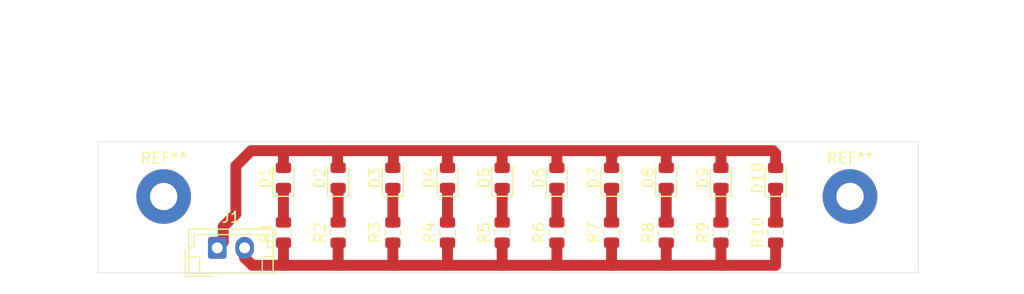
<source format=kicad_pcb>
(kicad_pcb (version 20171130) (host pcbnew 5.1.6)

  (general
    (thickness 1.6)
    (drawings 14)
    (tracks 67)
    (zones 0)
    (modules 23)
    (nets 13)
  )

  (page A)
  (layers
    (0 F.Cu signal)
    (31 B.Cu signal)
    (32 B.Adhes user)
    (33 F.Adhes user)
    (34 B.Paste user)
    (35 F.Paste user)
    (36 B.SilkS user)
    (37 F.SilkS user)
    (38 B.Mask user)
    (39 F.Mask user)
    (40 Dwgs.User user)
    (41 Cmts.User user)
    (42 Eco1.User user)
    (43 Eco2.User user)
    (44 Edge.Cuts user)
    (45 Margin user)
    (46 B.CrtYd user)
    (47 F.CrtYd user)
    (48 B.Fab user)
    (49 F.Fab user)
  )

  (setup
    (last_trace_width 0.25)
    (user_trace_width 1)
    (trace_clearance 0.2)
    (zone_clearance 0.508)
    (zone_45_only no)
    (trace_min 0.2)
    (via_size 0.8)
    (via_drill 0.4)
    (via_min_size 0.4)
    (via_min_drill 0.3)
    (uvia_size 0.3)
    (uvia_drill 0.1)
    (uvias_allowed no)
    (uvia_min_size 0.2)
    (uvia_min_drill 0.1)
    (edge_width 0.05)
    (segment_width 0.2)
    (pcb_text_width 0.3)
    (pcb_text_size 1.5 1.5)
    (mod_edge_width 0.12)
    (mod_text_size 1 1)
    (mod_text_width 0.15)
    (pad_size 1.524 1.524)
    (pad_drill 0.762)
    (pad_to_mask_clearance 0.05)
    (aux_axis_origin 106.25 66)
    (grid_origin 100 60)
    (visible_elements FFFFFF7F)
    (pcbplotparams
      (layerselection 0x010fc_ffffffff)
      (usegerberextensions false)
      (usegerberattributes true)
      (usegerberadvancedattributes true)
      (creategerberjobfile true)
      (excludeedgelayer true)
      (linewidth 0.100000)
      (plotframeref false)
      (viasonmask false)
      (mode 1)
      (useauxorigin false)
      (hpglpennumber 1)
      (hpglpenspeed 20)
      (hpglpendiameter 15.000000)
      (psnegative false)
      (psa4output false)
      (plotreference true)
      (plotvalue true)
      (plotinvisibletext false)
      (padsonsilk false)
      (subtractmaskfromsilk false)
      (outputformat 1)
      (mirror false)
      (drillshape 1)
      (scaleselection 1)
      (outputdirectory ""))
  )

  (net 0 "")
  (net 1 "Net-(D1-Pad1)")
  (net 2 "Net-(D2-Pad1)")
  (net 3 "Net-(D3-Pad1)")
  (net 4 "Net-(D4-Pad1)")
  (net 5 "Net-(D5-Pad1)")
  (net 6 "Net-(D6-Pad1)")
  (net 7 "Net-(D7-Pad1)")
  (net 8 "Net-(D8-Pad1)")
  (net 9 "Net-(D9-Pad1)")
  (net 10 "Net-(D10-Pad1)")
  (net 11 VCC)
  (net 12 GND)

  (net_class Default "This is the default net class."
    (clearance 0.2)
    (trace_width 0.25)
    (via_dia 0.8)
    (via_drill 0.4)
    (uvia_dia 0.3)
    (uvia_drill 0.1)
    (add_net GND)
    (add_net "Net-(D1-Pad1)")
    (add_net "Net-(D10-Pad1)")
    (add_net "Net-(D2-Pad1)")
    (add_net "Net-(D3-Pad1)")
    (add_net "Net-(D4-Pad1)")
    (add_net "Net-(D5-Pad1)")
    (add_net "Net-(D6-Pad1)")
    (add_net "Net-(D7-Pad1)")
    (add_net "Net-(D8-Pad1)")
    (add_net "Net-(D9-Pad1)")
    (add_net VCC)
  )

  (module Connector_JST:JST_EH_B2B-EH-A_1x02_P2.50mm_Vertical (layer F.Cu) (tedit 5C28142C) (tstamp 5F809F0D)
    (at 110.9 69.7)
    (descr "JST EH series connector, B2B-EH-A (http://www.jst-mfg.com/product/pdf/eng/eEH.pdf), generated with kicad-footprint-generator")
    (tags "connector JST EH vertical")
    (path /5F84685C)
    (fp_text reference J1 (at 1.25 -2.8) (layer F.SilkS)
      (effects (font (size 1 1) (thickness 0.15)))
    )
    (fp_text value Conn_01x02 (at 1.25 3.4) (layer F.Fab)
      (effects (font (size 1 1) (thickness 0.15)))
    )
    (fp_line (start -2.91 2.61) (end -0.41 2.61) (layer F.Fab) (width 0.1))
    (fp_line (start -2.91 0.11) (end -2.91 2.61) (layer F.Fab) (width 0.1))
    (fp_line (start -2.91 2.61) (end -0.41 2.61) (layer F.SilkS) (width 0.12))
    (fp_line (start -2.91 0.11) (end -2.91 2.61) (layer F.SilkS) (width 0.12))
    (fp_line (start 4.11 0.81) (end 4.11 2.31) (layer F.SilkS) (width 0.12))
    (fp_line (start 5.11 0.81) (end 4.11 0.81) (layer F.SilkS) (width 0.12))
    (fp_line (start -1.61 0.81) (end -1.61 2.31) (layer F.SilkS) (width 0.12))
    (fp_line (start -2.61 0.81) (end -1.61 0.81) (layer F.SilkS) (width 0.12))
    (fp_line (start 4.61 0) (end 5.11 0) (layer F.SilkS) (width 0.12))
    (fp_line (start 4.61 -1.21) (end 4.61 0) (layer F.SilkS) (width 0.12))
    (fp_line (start -2.11 -1.21) (end 4.61 -1.21) (layer F.SilkS) (width 0.12))
    (fp_line (start -2.11 0) (end -2.11 -1.21) (layer F.SilkS) (width 0.12))
    (fp_line (start -2.61 0) (end -2.11 0) (layer F.SilkS) (width 0.12))
    (fp_line (start 5.11 -1.71) (end -2.61 -1.71) (layer F.SilkS) (width 0.12))
    (fp_line (start 5.11 2.31) (end 5.11 -1.71) (layer F.SilkS) (width 0.12))
    (fp_line (start -2.61 2.31) (end 5.11 2.31) (layer F.SilkS) (width 0.12))
    (fp_line (start -2.61 -1.71) (end -2.61 2.31) (layer F.SilkS) (width 0.12))
    (fp_line (start 5.5 -2.1) (end -3 -2.1) (layer F.CrtYd) (width 0.05))
    (fp_line (start 5.5 2.7) (end 5.5 -2.1) (layer F.CrtYd) (width 0.05))
    (fp_line (start -3 2.7) (end 5.5 2.7) (layer F.CrtYd) (width 0.05))
    (fp_line (start -3 -2.1) (end -3 2.7) (layer F.CrtYd) (width 0.05))
    (fp_line (start 5 -1.6) (end -2.5 -1.6) (layer F.Fab) (width 0.1))
    (fp_line (start 5 2.2) (end 5 -1.6) (layer F.Fab) (width 0.1))
    (fp_line (start -2.5 2.2) (end 5 2.2) (layer F.Fab) (width 0.1))
    (fp_line (start -2.5 -1.6) (end -2.5 2.2) (layer F.Fab) (width 0.1))
    (fp_text user %R (at 1.25 1.5) (layer F.Fab)
      (effects (font (size 1 1) (thickness 0.15)))
    )
    (pad 2 thru_hole oval (at 2.5 0) (size 1.7 2) (drill 1) (layers *.Cu *.Mask)
      (net 12 GND))
    (pad 1 thru_hole roundrect (at 0 0) (size 1.7 2) (drill 1) (layers *.Cu *.Mask) (roundrect_rratio 0.147059)
      (net 11 VCC))
    (model ${KISYS3DMOD}/Connector_JST.3dshapes/JST_EH_B2B-EH-A_1x02_P2.50mm_Vertical.wrl
      (at (xyz 0 0 0))
      (scale (xyz 1 1 1))
      (rotate (xyz 0 0 0))
    )
  )

  (module MountingHole:MountingHole_2.5mm_Pad (layer F.Cu) (tedit 56D1B4CB) (tstamp 5F806409)
    (at 168.75 65)
    (descr "Mounting Hole 2.5mm")
    (tags "mounting hole 2.5mm")
    (attr virtual)
    (fp_text reference REF** (at 0 -3.5) (layer F.SilkS)
      (effects (font (size 1 1) (thickness 0.15)))
    )
    (fp_text value MountingHole_2.5mm_Pad (at 0 3.5) (layer F.Fab)
      (effects (font (size 1 1) (thickness 0.15)))
    )
    (fp_circle (center 0 0) (end 2.75 0) (layer F.CrtYd) (width 0.05))
    (fp_circle (center 0 0) (end 2.5 0) (layer Cmts.User) (width 0.15))
    (fp_text user %R (at 0.3 0) (layer F.Fab)
      (effects (font (size 1 1) (thickness 0.15)))
    )
    (pad 1 thru_hole circle (at 0 0) (size 5 5) (drill 2.5) (layers *.Cu *.Mask))
  )

  (module MountingHole:MountingHole_2.5mm_Pad (layer F.Cu) (tedit 56D1B4CB) (tstamp 5F80634B)
    (at 106 65)
    (descr "Mounting Hole 2.5mm")
    (tags "mounting hole 2.5mm")
    (attr virtual)
    (fp_text reference REF** (at 0 -3.5) (layer F.SilkS)
      (effects (font (size 1 1) (thickness 0.15)))
    )
    (fp_text value MountingHole_2.5mm_Pad (at 0 3.5) (layer F.Fab)
      (effects (font (size 1 1) (thickness 0.15)))
    )
    (fp_circle (center 0 0) (end 2.75 0) (layer F.CrtYd) (width 0.05))
    (fp_circle (center 0 0) (end 2.5 0) (layer Cmts.User) (width 0.15))
    (fp_text user %R (at 0.3 0) (layer F.Fab)
      (effects (font (size 1 1) (thickness 0.15)))
    )
    (pad 1 thru_hole circle (at 0 0) (size 5 5) (drill 2.5) (layers *.Cu *.Mask))
  )

  (module Resistor_SMD:R_0805_2012Metric (layer F.Cu) (tedit 5B36C52B) (tstamp 5F80A03F)
    (at 161.95 68.3 90)
    (descr "Resistor SMD 0805 (2012 Metric), square (rectangular) end terminal, IPC_7351 nominal, (Body size source: https://docs.google.com/spreadsheets/d/1BsfQQcO9C6DZCsRaXUlFlo91Tg2WpOkGARC1WS5S8t0/edit?usp=sharing), generated with kicad-footprint-generator")
    (tags resistor)
    (path /5F8105A7)
    (attr smd)
    (fp_text reference R10 (at 0 -1.65 90) (layer F.SilkS)
      (effects (font (size 1 1) (thickness 0.15)))
    )
    (fp_text value R_Small (at 0 1.65 90) (layer F.Fab)
      (effects (font (size 1 1) (thickness 0.15)))
    )
    (fp_line (start 1.68 0.95) (end -1.68 0.95) (layer F.CrtYd) (width 0.05))
    (fp_line (start 1.68 -0.95) (end 1.68 0.95) (layer F.CrtYd) (width 0.05))
    (fp_line (start -1.68 -0.95) (end 1.68 -0.95) (layer F.CrtYd) (width 0.05))
    (fp_line (start -1.68 0.95) (end -1.68 -0.95) (layer F.CrtYd) (width 0.05))
    (fp_line (start -0.258578 0.71) (end 0.258578 0.71) (layer F.SilkS) (width 0.12))
    (fp_line (start -0.258578 -0.71) (end 0.258578 -0.71) (layer F.SilkS) (width 0.12))
    (fp_line (start 1 0.6) (end -1 0.6) (layer F.Fab) (width 0.1))
    (fp_line (start 1 -0.6) (end 1 0.6) (layer F.Fab) (width 0.1))
    (fp_line (start -1 -0.6) (end 1 -0.6) (layer F.Fab) (width 0.1))
    (fp_line (start -1 0.6) (end -1 -0.6) (layer F.Fab) (width 0.1))
    (fp_text user %R (at 0 0 90) (layer F.Fab)
      (effects (font (size 0.5 0.5) (thickness 0.08)))
    )
    (pad 2 smd roundrect (at 0.9375 0 90) (size 0.975 1.4) (layers F.Cu F.Paste F.Mask) (roundrect_rratio 0.25)
      (net 10 "Net-(D10-Pad1)"))
    (pad 1 smd roundrect (at -0.9375 0 90) (size 0.975 1.4) (layers F.Cu F.Paste F.Mask) (roundrect_rratio 0.25)
      (net 12 GND))
    (model ${KISYS3DMOD}/Resistor_SMD.3dshapes/R_0805_2012Metric.wrl
      (at (xyz 0 0 0))
      (scale (xyz 1 1 1))
      (rotate (xyz 0 0 0))
    )
  )

  (module Resistor_SMD:R_0805_2012Metric (layer F.Cu) (tedit 5B36C52B) (tstamp 5F80A219)
    (at 156.95 68.3 90)
    (descr "Resistor SMD 0805 (2012 Metric), square (rectangular) end terminal, IPC_7351 nominal, (Body size source: https://docs.google.com/spreadsheets/d/1BsfQQcO9C6DZCsRaXUlFlo91Tg2WpOkGARC1WS5S8t0/edit?usp=sharing), generated with kicad-footprint-generator")
    (tags resistor)
    (path /5F81059A)
    (attr smd)
    (fp_text reference R9 (at 0 -1.65 90) (layer F.SilkS)
      (effects (font (size 1 1) (thickness 0.15)))
    )
    (fp_text value R_Small (at 0 1.65 90) (layer F.Fab)
      (effects (font (size 1 1) (thickness 0.15)))
    )
    (fp_line (start 1.68 0.95) (end -1.68 0.95) (layer F.CrtYd) (width 0.05))
    (fp_line (start 1.68 -0.95) (end 1.68 0.95) (layer F.CrtYd) (width 0.05))
    (fp_line (start -1.68 -0.95) (end 1.68 -0.95) (layer F.CrtYd) (width 0.05))
    (fp_line (start -1.68 0.95) (end -1.68 -0.95) (layer F.CrtYd) (width 0.05))
    (fp_line (start -0.258578 0.71) (end 0.258578 0.71) (layer F.SilkS) (width 0.12))
    (fp_line (start -0.258578 -0.71) (end 0.258578 -0.71) (layer F.SilkS) (width 0.12))
    (fp_line (start 1 0.6) (end -1 0.6) (layer F.Fab) (width 0.1))
    (fp_line (start 1 -0.6) (end 1 0.6) (layer F.Fab) (width 0.1))
    (fp_line (start -1 -0.6) (end 1 -0.6) (layer F.Fab) (width 0.1))
    (fp_line (start -1 0.6) (end -1 -0.6) (layer F.Fab) (width 0.1))
    (fp_text user %R (at 0 0 90) (layer F.Fab)
      (effects (font (size 0.5 0.5) (thickness 0.08)))
    )
    (pad 2 smd roundrect (at 0.9375 0 90) (size 0.975 1.4) (layers F.Cu F.Paste F.Mask) (roundrect_rratio 0.25)
      (net 9 "Net-(D9-Pad1)"))
    (pad 1 smd roundrect (at -0.9375 0 90) (size 0.975 1.4) (layers F.Cu F.Paste F.Mask) (roundrect_rratio 0.25)
      (net 12 GND))
    (model ${KISYS3DMOD}/Resistor_SMD.3dshapes/R_0805_2012Metric.wrl
      (at (xyz 0 0 0))
      (scale (xyz 1 1 1))
      (rotate (xyz 0 0 0))
    )
  )

  (module Resistor_SMD:R_0805_2012Metric (layer F.Cu) (tedit 5B36C52B) (tstamp 5F80A249)
    (at 151.95 68.3 90)
    (descr "Resistor SMD 0805 (2012 Metric), square (rectangular) end terminal, IPC_7351 nominal, (Body size source: https://docs.google.com/spreadsheets/d/1BsfQQcO9C6DZCsRaXUlFlo91Tg2WpOkGARC1WS5S8t0/edit?usp=sharing), generated with kicad-footprint-generator")
    (tags resistor)
    (path /5F81058D)
    (attr smd)
    (fp_text reference R8 (at 0 -1.65 90) (layer F.SilkS)
      (effects (font (size 1 1) (thickness 0.15)))
    )
    (fp_text value R_Small (at 0 1.65 90) (layer F.Fab)
      (effects (font (size 1 1) (thickness 0.15)))
    )
    (fp_line (start 1.68 0.95) (end -1.68 0.95) (layer F.CrtYd) (width 0.05))
    (fp_line (start 1.68 -0.95) (end 1.68 0.95) (layer F.CrtYd) (width 0.05))
    (fp_line (start -1.68 -0.95) (end 1.68 -0.95) (layer F.CrtYd) (width 0.05))
    (fp_line (start -1.68 0.95) (end -1.68 -0.95) (layer F.CrtYd) (width 0.05))
    (fp_line (start -0.258578 0.71) (end 0.258578 0.71) (layer F.SilkS) (width 0.12))
    (fp_line (start -0.258578 -0.71) (end 0.258578 -0.71) (layer F.SilkS) (width 0.12))
    (fp_line (start 1 0.6) (end -1 0.6) (layer F.Fab) (width 0.1))
    (fp_line (start 1 -0.6) (end 1 0.6) (layer F.Fab) (width 0.1))
    (fp_line (start -1 -0.6) (end 1 -0.6) (layer F.Fab) (width 0.1))
    (fp_line (start -1 0.6) (end -1 -0.6) (layer F.Fab) (width 0.1))
    (fp_text user %R (at 0 0 90) (layer F.Fab)
      (effects (font (size 0.5 0.5) (thickness 0.08)))
    )
    (pad 2 smd roundrect (at 0.9375 0 90) (size 0.975 1.4) (layers F.Cu F.Paste F.Mask) (roundrect_rratio 0.25)
      (net 8 "Net-(D8-Pad1)"))
    (pad 1 smd roundrect (at -0.9375 0 90) (size 0.975 1.4) (layers F.Cu F.Paste F.Mask) (roundrect_rratio 0.25)
      (net 12 GND))
    (model ${KISYS3DMOD}/Resistor_SMD.3dshapes/R_0805_2012Metric.wrl
      (at (xyz 0 0 0))
      (scale (xyz 1 1 1))
      (rotate (xyz 0 0 0))
    )
  )

  (module Resistor_SMD:R_0805_2012Metric (layer F.Cu) (tedit 5B36C52B) (tstamp 5F80A279)
    (at 146.95 68.3 90)
    (descr "Resistor SMD 0805 (2012 Metric), square (rectangular) end terminal, IPC_7351 nominal, (Body size source: https://docs.google.com/spreadsheets/d/1BsfQQcO9C6DZCsRaXUlFlo91Tg2WpOkGARC1WS5S8t0/edit?usp=sharing), generated with kicad-footprint-generator")
    (tags resistor)
    (path /5F810580)
    (attr smd)
    (fp_text reference R7 (at 0 -1.65 90) (layer F.SilkS)
      (effects (font (size 1 1) (thickness 0.15)))
    )
    (fp_text value R_Small (at 0 1.65 90) (layer F.Fab)
      (effects (font (size 1 1) (thickness 0.15)))
    )
    (fp_line (start 1.68 0.95) (end -1.68 0.95) (layer F.CrtYd) (width 0.05))
    (fp_line (start 1.68 -0.95) (end 1.68 0.95) (layer F.CrtYd) (width 0.05))
    (fp_line (start -1.68 -0.95) (end 1.68 -0.95) (layer F.CrtYd) (width 0.05))
    (fp_line (start -1.68 0.95) (end -1.68 -0.95) (layer F.CrtYd) (width 0.05))
    (fp_line (start -0.258578 0.71) (end 0.258578 0.71) (layer F.SilkS) (width 0.12))
    (fp_line (start -0.258578 -0.71) (end 0.258578 -0.71) (layer F.SilkS) (width 0.12))
    (fp_line (start 1 0.6) (end -1 0.6) (layer F.Fab) (width 0.1))
    (fp_line (start 1 -0.6) (end 1 0.6) (layer F.Fab) (width 0.1))
    (fp_line (start -1 -0.6) (end 1 -0.6) (layer F.Fab) (width 0.1))
    (fp_line (start -1 0.6) (end -1 -0.6) (layer F.Fab) (width 0.1))
    (fp_text user %R (at 0 0 90) (layer F.Fab)
      (effects (font (size 0.5 0.5) (thickness 0.08)))
    )
    (pad 2 smd roundrect (at 0.9375 0 90) (size 0.975 1.4) (layers F.Cu F.Paste F.Mask) (roundrect_rratio 0.25)
      (net 7 "Net-(D7-Pad1)"))
    (pad 1 smd roundrect (at -0.9375 0 90) (size 0.975 1.4) (layers F.Cu F.Paste F.Mask) (roundrect_rratio 0.25)
      (net 12 GND))
    (model ${KISYS3DMOD}/Resistor_SMD.3dshapes/R_0805_2012Metric.wrl
      (at (xyz 0 0 0))
      (scale (xyz 1 1 1))
      (rotate (xyz 0 0 0))
    )
  )

  (module Resistor_SMD:R_0805_2012Metric (layer F.Cu) (tedit 5B36C52B) (tstamp 5F80A0B4)
    (at 141.95 68.3 90)
    (descr "Resistor SMD 0805 (2012 Metric), square (rectangular) end terminal, IPC_7351 nominal, (Body size source: https://docs.google.com/spreadsheets/d/1BsfQQcO9C6DZCsRaXUlFlo91Tg2WpOkGARC1WS5S8t0/edit?usp=sharing), generated with kicad-footprint-generator")
    (tags resistor)
    (path /5F80B30A)
    (attr smd)
    (fp_text reference R6 (at 0 -1.65 90) (layer F.SilkS)
      (effects (font (size 1 1) (thickness 0.15)))
    )
    (fp_text value R_Small (at 0 1.65 90) (layer F.Fab)
      (effects (font (size 1 1) (thickness 0.15)))
    )
    (fp_line (start 1.68 0.95) (end -1.68 0.95) (layer F.CrtYd) (width 0.05))
    (fp_line (start 1.68 -0.95) (end 1.68 0.95) (layer F.CrtYd) (width 0.05))
    (fp_line (start -1.68 -0.95) (end 1.68 -0.95) (layer F.CrtYd) (width 0.05))
    (fp_line (start -1.68 0.95) (end -1.68 -0.95) (layer F.CrtYd) (width 0.05))
    (fp_line (start -0.258578 0.71) (end 0.258578 0.71) (layer F.SilkS) (width 0.12))
    (fp_line (start -0.258578 -0.71) (end 0.258578 -0.71) (layer F.SilkS) (width 0.12))
    (fp_line (start 1 0.6) (end -1 0.6) (layer F.Fab) (width 0.1))
    (fp_line (start 1 -0.6) (end 1 0.6) (layer F.Fab) (width 0.1))
    (fp_line (start -1 -0.6) (end 1 -0.6) (layer F.Fab) (width 0.1))
    (fp_line (start -1 0.6) (end -1 -0.6) (layer F.Fab) (width 0.1))
    (fp_text user %R (at 0 0 90) (layer F.Fab)
      (effects (font (size 0.5 0.5) (thickness 0.08)))
    )
    (pad 2 smd roundrect (at 0.9375 0 90) (size 0.975 1.4) (layers F.Cu F.Paste F.Mask) (roundrect_rratio 0.25)
      (net 6 "Net-(D6-Pad1)"))
    (pad 1 smd roundrect (at -0.9375 0 90) (size 0.975 1.4) (layers F.Cu F.Paste F.Mask) (roundrect_rratio 0.25)
      (net 12 GND))
    (model ${KISYS3DMOD}/Resistor_SMD.3dshapes/R_0805_2012Metric.wrl
      (at (xyz 0 0 0))
      (scale (xyz 1 1 1))
      (rotate (xyz 0 0 0))
    )
  )

  (module Resistor_SMD:R_0805_2012Metric (layer F.Cu) (tedit 5B36C52B) (tstamp 5F80A1E6)
    (at 136.95 68.3 90)
    (descr "Resistor SMD 0805 (2012 Metric), square (rectangular) end terminal, IPC_7351 nominal, (Body size source: https://docs.google.com/spreadsheets/d/1BsfQQcO9C6DZCsRaXUlFlo91Tg2WpOkGARC1WS5S8t0/edit?usp=sharing), generated with kicad-footprint-generator")
    (tags resistor)
    (path /5F80B2FD)
    (attr smd)
    (fp_text reference R5 (at 0 -1.65 90) (layer F.SilkS)
      (effects (font (size 1 1) (thickness 0.15)))
    )
    (fp_text value R_Small (at 0 1.65 90) (layer F.Fab)
      (effects (font (size 1 1) (thickness 0.15)))
    )
    (fp_line (start 1.68 0.95) (end -1.68 0.95) (layer F.CrtYd) (width 0.05))
    (fp_line (start 1.68 -0.95) (end 1.68 0.95) (layer F.CrtYd) (width 0.05))
    (fp_line (start -1.68 -0.95) (end 1.68 -0.95) (layer F.CrtYd) (width 0.05))
    (fp_line (start -1.68 0.95) (end -1.68 -0.95) (layer F.CrtYd) (width 0.05))
    (fp_line (start -0.258578 0.71) (end 0.258578 0.71) (layer F.SilkS) (width 0.12))
    (fp_line (start -0.258578 -0.71) (end 0.258578 -0.71) (layer F.SilkS) (width 0.12))
    (fp_line (start 1 0.6) (end -1 0.6) (layer F.Fab) (width 0.1))
    (fp_line (start 1 -0.6) (end 1 0.6) (layer F.Fab) (width 0.1))
    (fp_line (start -1 -0.6) (end 1 -0.6) (layer F.Fab) (width 0.1))
    (fp_line (start -1 0.6) (end -1 -0.6) (layer F.Fab) (width 0.1))
    (fp_text user %R (at 0 0 90) (layer F.Fab)
      (effects (font (size 0.5 0.5) (thickness 0.08)))
    )
    (pad 2 smd roundrect (at 0.9375 0 90) (size 0.975 1.4) (layers F.Cu F.Paste F.Mask) (roundrect_rratio 0.25)
      (net 5 "Net-(D5-Pad1)"))
    (pad 1 smd roundrect (at -0.9375 0 90) (size 0.975 1.4) (layers F.Cu F.Paste F.Mask) (roundrect_rratio 0.25)
      (net 12 GND))
    (model ${KISYS3DMOD}/Resistor_SMD.3dshapes/R_0805_2012Metric.wrl
      (at (xyz 0 0 0))
      (scale (xyz 1 1 1))
      (rotate (xyz 0 0 0))
    )
  )

  (module Resistor_SMD:R_0805_2012Metric (layer F.Cu) (tedit 5B36C52B) (tstamp 5F809F9A)
    (at 131.95 68.3 90)
    (descr "Resistor SMD 0805 (2012 Metric), square (rectangular) end terminal, IPC_7351 nominal, (Body size source: https://docs.google.com/spreadsheets/d/1BsfQQcO9C6DZCsRaXUlFlo91Tg2WpOkGARC1WS5S8t0/edit?usp=sharing), generated with kicad-footprint-generator")
    (tags resistor)
    (path /5F80B2F0)
    (attr smd)
    (fp_text reference R4 (at 0 -1.65 90) (layer F.SilkS)
      (effects (font (size 1 1) (thickness 0.15)))
    )
    (fp_text value R_Small (at 0 1.65 90) (layer F.Fab)
      (effects (font (size 1 1) (thickness 0.15)))
    )
    (fp_line (start 1.68 0.95) (end -1.68 0.95) (layer F.CrtYd) (width 0.05))
    (fp_line (start 1.68 -0.95) (end 1.68 0.95) (layer F.CrtYd) (width 0.05))
    (fp_line (start -1.68 -0.95) (end 1.68 -0.95) (layer F.CrtYd) (width 0.05))
    (fp_line (start -1.68 0.95) (end -1.68 -0.95) (layer F.CrtYd) (width 0.05))
    (fp_line (start -0.258578 0.71) (end 0.258578 0.71) (layer F.SilkS) (width 0.12))
    (fp_line (start -0.258578 -0.71) (end 0.258578 -0.71) (layer F.SilkS) (width 0.12))
    (fp_line (start 1 0.6) (end -1 0.6) (layer F.Fab) (width 0.1))
    (fp_line (start 1 -0.6) (end 1 0.6) (layer F.Fab) (width 0.1))
    (fp_line (start -1 -0.6) (end 1 -0.6) (layer F.Fab) (width 0.1))
    (fp_line (start -1 0.6) (end -1 -0.6) (layer F.Fab) (width 0.1))
    (fp_text user %R (at 0 0 90) (layer F.Fab)
      (effects (font (size 0.5 0.5) (thickness 0.08)))
    )
    (pad 2 smd roundrect (at 0.9375 0 90) (size 0.975 1.4) (layers F.Cu F.Paste F.Mask) (roundrect_rratio 0.25)
      (net 4 "Net-(D4-Pad1)"))
    (pad 1 smd roundrect (at -0.9375 0 90) (size 0.975 1.4) (layers F.Cu F.Paste F.Mask) (roundrect_rratio 0.25)
      (net 12 GND))
    (model ${KISYS3DMOD}/Resistor_SMD.3dshapes/R_0805_2012Metric.wrl
      (at (xyz 0 0 0))
      (scale (xyz 1 1 1))
      (rotate (xyz 0 0 0))
    )
  )

  (module Resistor_SMD:R_0805_2012Metric (layer F.Cu) (tedit 5B36C52B) (tstamp 5F80A084)
    (at 126.95 68.3 90)
    (descr "Resistor SMD 0805 (2012 Metric), square (rectangular) end terminal, IPC_7351 nominal, (Body size source: https://docs.google.com/spreadsheets/d/1BsfQQcO9C6DZCsRaXUlFlo91Tg2WpOkGARC1WS5S8t0/edit?usp=sharing), generated with kicad-footprint-generator")
    (tags resistor)
    (path /5F805482)
    (attr smd)
    (fp_text reference R3 (at 0 -1.65 90) (layer F.SilkS)
      (effects (font (size 1 1) (thickness 0.15)))
    )
    (fp_text value R_Small (at 0 1.65 90) (layer F.Fab)
      (effects (font (size 1 1) (thickness 0.15)))
    )
    (fp_line (start 1.68 0.95) (end -1.68 0.95) (layer F.CrtYd) (width 0.05))
    (fp_line (start 1.68 -0.95) (end 1.68 0.95) (layer F.CrtYd) (width 0.05))
    (fp_line (start -1.68 -0.95) (end 1.68 -0.95) (layer F.CrtYd) (width 0.05))
    (fp_line (start -1.68 0.95) (end -1.68 -0.95) (layer F.CrtYd) (width 0.05))
    (fp_line (start -0.258578 0.71) (end 0.258578 0.71) (layer F.SilkS) (width 0.12))
    (fp_line (start -0.258578 -0.71) (end 0.258578 -0.71) (layer F.SilkS) (width 0.12))
    (fp_line (start 1 0.6) (end -1 0.6) (layer F.Fab) (width 0.1))
    (fp_line (start 1 -0.6) (end 1 0.6) (layer F.Fab) (width 0.1))
    (fp_line (start -1 -0.6) (end 1 -0.6) (layer F.Fab) (width 0.1))
    (fp_line (start -1 0.6) (end -1 -0.6) (layer F.Fab) (width 0.1))
    (fp_text user %R (at 0 0 90) (layer F.Fab)
      (effects (font (size 0.5 0.5) (thickness 0.08)))
    )
    (pad 2 smd roundrect (at 0.9375 0 90) (size 0.975 1.4) (layers F.Cu F.Paste F.Mask) (roundrect_rratio 0.25)
      (net 3 "Net-(D3-Pad1)"))
    (pad 1 smd roundrect (at -0.9375 0 90) (size 0.975 1.4) (layers F.Cu F.Paste F.Mask) (roundrect_rratio 0.25)
      (net 12 GND))
    (model ${KISYS3DMOD}/Resistor_SMD.3dshapes/R_0805_2012Metric.wrl
      (at (xyz 0 0 0))
      (scale (xyz 1 1 1))
      (rotate (xyz 0 0 0))
    )
  )

  (module Resistor_SMD:R_0805_2012Metric (layer F.Cu) (tedit 5B36C52B) (tstamp 5F809ECB)
    (at 121.95 68.3 90)
    (descr "Resistor SMD 0805 (2012 Metric), square (rectangular) end terminal, IPC_7351 nominal, (Body size source: https://docs.google.com/spreadsheets/d/1BsfQQcO9C6DZCsRaXUlFlo91Tg2WpOkGARC1WS5S8t0/edit?usp=sharing), generated with kicad-footprint-generator")
    (tags resistor)
    (path /5F804295)
    (attr smd)
    (fp_text reference R2 (at 0 -1.65 90) (layer F.SilkS)
      (effects (font (size 1 1) (thickness 0.15)))
    )
    (fp_text value R_Small (at 0 1.65 90) (layer F.Fab)
      (effects (font (size 1 1) (thickness 0.15)))
    )
    (fp_line (start 1.68 0.95) (end -1.68 0.95) (layer F.CrtYd) (width 0.05))
    (fp_line (start 1.68 -0.95) (end 1.68 0.95) (layer F.CrtYd) (width 0.05))
    (fp_line (start -1.68 -0.95) (end 1.68 -0.95) (layer F.CrtYd) (width 0.05))
    (fp_line (start -1.68 0.95) (end -1.68 -0.95) (layer F.CrtYd) (width 0.05))
    (fp_line (start -0.258578 0.71) (end 0.258578 0.71) (layer F.SilkS) (width 0.12))
    (fp_line (start -0.258578 -0.71) (end 0.258578 -0.71) (layer F.SilkS) (width 0.12))
    (fp_line (start 1 0.6) (end -1 0.6) (layer F.Fab) (width 0.1))
    (fp_line (start 1 -0.6) (end 1 0.6) (layer F.Fab) (width 0.1))
    (fp_line (start -1 -0.6) (end 1 -0.6) (layer F.Fab) (width 0.1))
    (fp_line (start -1 0.6) (end -1 -0.6) (layer F.Fab) (width 0.1))
    (fp_text user %R (at 0 0 90) (layer F.Fab)
      (effects (font (size 0.5 0.5) (thickness 0.08)))
    )
    (pad 2 smd roundrect (at 0.9375 0 90) (size 0.975 1.4) (layers F.Cu F.Paste F.Mask) (roundrect_rratio 0.25)
      (net 2 "Net-(D2-Pad1)"))
    (pad 1 smd roundrect (at -0.9375 0 90) (size 0.975 1.4) (layers F.Cu F.Paste F.Mask) (roundrect_rratio 0.25)
      (net 12 GND))
    (model ${KISYS3DMOD}/Resistor_SMD.3dshapes/R_0805_2012Metric.wrl
      (at (xyz 0 0 0))
      (scale (xyz 1 1 1))
      (rotate (xyz 0 0 0))
    )
  )

  (module Resistor_SMD:R_0805_2012Metric (layer F.Cu) (tedit 5B36C52B) (tstamp 5F809F6A)
    (at 116.95 68.3 90)
    (descr "Resistor SMD 0805 (2012 Metric), square (rectangular) end terminal, IPC_7351 nominal, (Body size source: https://docs.google.com/spreadsheets/d/1BsfQQcO9C6DZCsRaXUlFlo91Tg2WpOkGARC1WS5S8t0/edit?usp=sharing), generated with kicad-footprint-generator")
    (tags resistor)
    (path /5F80069B)
    (attr smd)
    (fp_text reference R1 (at 0 -1.65 90) (layer F.SilkS)
      (effects (font (size 1 1) (thickness 0.15)))
    )
    (fp_text value R_Small (at 0 1.65 90) (layer F.Fab)
      (effects (font (size 1 1) (thickness 0.15)))
    )
    (fp_line (start 1.68 0.95) (end -1.68 0.95) (layer F.CrtYd) (width 0.05))
    (fp_line (start 1.68 -0.95) (end 1.68 0.95) (layer F.CrtYd) (width 0.05))
    (fp_line (start -1.68 -0.95) (end 1.68 -0.95) (layer F.CrtYd) (width 0.05))
    (fp_line (start -1.68 0.95) (end -1.68 -0.95) (layer F.CrtYd) (width 0.05))
    (fp_line (start -0.258578 0.71) (end 0.258578 0.71) (layer F.SilkS) (width 0.12))
    (fp_line (start -0.258578 -0.71) (end 0.258578 -0.71) (layer F.SilkS) (width 0.12))
    (fp_line (start 1 0.6) (end -1 0.6) (layer F.Fab) (width 0.1))
    (fp_line (start 1 -0.6) (end 1 0.6) (layer F.Fab) (width 0.1))
    (fp_line (start -1 -0.6) (end 1 -0.6) (layer F.Fab) (width 0.1))
    (fp_line (start -1 0.6) (end -1 -0.6) (layer F.Fab) (width 0.1))
    (fp_text user %R (at 0 0 90) (layer F.Fab)
      (effects (font (size 0.5 0.5) (thickness 0.08)))
    )
    (pad 2 smd roundrect (at 0.9375 0 90) (size 0.975 1.4) (layers F.Cu F.Paste F.Mask) (roundrect_rratio 0.25)
      (net 1 "Net-(D1-Pad1)"))
    (pad 1 smd roundrect (at -0.9375 0 90) (size 0.975 1.4) (layers F.Cu F.Paste F.Mask) (roundrect_rratio 0.25)
      (net 12 GND))
    (model ${KISYS3DMOD}/Resistor_SMD.3dshapes/R_0805_2012Metric.wrl
      (at (xyz 0 0 0))
      (scale (xyz 1 1 1))
      (rotate (xyz 0 0 0))
    )
  )

  (module LED_SMD:LED_0805_2012Metric (layer F.Cu) (tedit 5B36C52C) (tstamp 5F80A179)
    (at 161.95 63.3 90)
    (descr "LED SMD 0805 (2012 Metric), square (rectangular) end terminal, IPC_7351 nominal, (Body size source: https://docs.google.com/spreadsheets/d/1BsfQQcO9C6DZCsRaXUlFlo91Tg2WpOkGARC1WS5S8t0/edit?usp=sharing), generated with kicad-footprint-generator")
    (tags diode)
    (path /5F8105A1)
    (attr smd)
    (fp_text reference D10 (at 0 -1.65 90) (layer F.SilkS)
      (effects (font (size 1 1) (thickness 0.15)))
    )
    (fp_text value LED_Small (at 0 1.65 90) (layer F.Fab)
      (effects (font (size 1 1) (thickness 0.15)))
    )
    (fp_line (start 1.68 0.95) (end -1.68 0.95) (layer F.CrtYd) (width 0.05))
    (fp_line (start 1.68 -0.95) (end 1.68 0.95) (layer F.CrtYd) (width 0.05))
    (fp_line (start -1.68 -0.95) (end 1.68 -0.95) (layer F.CrtYd) (width 0.05))
    (fp_line (start -1.68 0.95) (end -1.68 -0.95) (layer F.CrtYd) (width 0.05))
    (fp_line (start -1.685 0.96) (end 1 0.96) (layer F.SilkS) (width 0.12))
    (fp_line (start -1.685 -0.96) (end -1.685 0.96) (layer F.SilkS) (width 0.12))
    (fp_line (start 1 -0.96) (end -1.685 -0.96) (layer F.SilkS) (width 0.12))
    (fp_line (start 1 0.6) (end 1 -0.6) (layer F.Fab) (width 0.1))
    (fp_line (start -1 0.6) (end 1 0.6) (layer F.Fab) (width 0.1))
    (fp_line (start -1 -0.3) (end -1 0.6) (layer F.Fab) (width 0.1))
    (fp_line (start -0.7 -0.6) (end -1 -0.3) (layer F.Fab) (width 0.1))
    (fp_line (start 1 -0.6) (end -0.7 -0.6) (layer F.Fab) (width 0.1))
    (fp_text user %R (at 0 0 90) (layer F.Fab)
      (effects (font (size 0.5 0.5) (thickness 0.08)))
    )
    (pad 2 smd roundrect (at 0.9375 0 90) (size 0.975 1.4) (layers F.Cu F.Paste F.Mask) (roundrect_rratio 0.25)
      (net 11 VCC))
    (pad 1 smd roundrect (at -0.9375 0 90) (size 0.975 1.4) (layers F.Cu F.Paste F.Mask) (roundrect_rratio 0.25)
      (net 10 "Net-(D10-Pad1)"))
    (model ${KISYS3DMOD}/LED_SMD.3dshapes/LED_0805_2012Metric.wrl
      (at (xyz 0 0 0))
      (scale (xyz 1 1 1))
      (rotate (xyz 0 0 0))
    )
  )

  (module LED_SMD:LED_0805_2012Metric (layer F.Cu) (tedit 5B36C52C) (tstamp 5F80A10D)
    (at 156.95 63.3 90)
    (descr "LED SMD 0805 (2012 Metric), square (rectangular) end terminal, IPC_7351 nominal, (Body size source: https://docs.google.com/spreadsheets/d/1BsfQQcO9C6DZCsRaXUlFlo91Tg2WpOkGARC1WS5S8t0/edit?usp=sharing), generated with kicad-footprint-generator")
    (tags diode)
    (path /5F810594)
    (attr smd)
    (fp_text reference D9 (at 0 -1.65 90) (layer F.SilkS)
      (effects (font (size 1 1) (thickness 0.15)))
    )
    (fp_text value LED_Small (at 0 1.65 90) (layer F.Fab)
      (effects (font (size 1 1) (thickness 0.15)))
    )
    (fp_line (start 1.68 0.95) (end -1.68 0.95) (layer F.CrtYd) (width 0.05))
    (fp_line (start 1.68 -0.95) (end 1.68 0.95) (layer F.CrtYd) (width 0.05))
    (fp_line (start -1.68 -0.95) (end 1.68 -0.95) (layer F.CrtYd) (width 0.05))
    (fp_line (start -1.68 0.95) (end -1.68 -0.95) (layer F.CrtYd) (width 0.05))
    (fp_line (start -1.685 0.96) (end 1 0.96) (layer F.SilkS) (width 0.12))
    (fp_line (start -1.685 -0.96) (end -1.685 0.96) (layer F.SilkS) (width 0.12))
    (fp_line (start 1 -0.96) (end -1.685 -0.96) (layer F.SilkS) (width 0.12))
    (fp_line (start 1 0.6) (end 1 -0.6) (layer F.Fab) (width 0.1))
    (fp_line (start -1 0.6) (end 1 0.6) (layer F.Fab) (width 0.1))
    (fp_line (start -1 -0.3) (end -1 0.6) (layer F.Fab) (width 0.1))
    (fp_line (start -0.7 -0.6) (end -1 -0.3) (layer F.Fab) (width 0.1))
    (fp_line (start 1 -0.6) (end -0.7 -0.6) (layer F.Fab) (width 0.1))
    (fp_text user %R (at 0 0 90) (layer F.Fab)
      (effects (font (size 0.5 0.5) (thickness 0.08)))
    )
    (pad 2 smd roundrect (at 0.9375 0 90) (size 0.975 1.4) (layers F.Cu F.Paste F.Mask) (roundrect_rratio 0.25)
      (net 11 VCC))
    (pad 1 smd roundrect (at -0.9375 0 90) (size 0.975 1.4) (layers F.Cu F.Paste F.Mask) (roundrect_rratio 0.25)
      (net 9 "Net-(D9-Pad1)"))
    (model ${KISYS3DMOD}/LED_SMD.3dshapes/LED_0805_2012Metric.wrl
      (at (xyz 0 0 0))
      (scale (xyz 1 1 1))
      (rotate (xyz 0 0 0))
    )
  )

  (module LED_SMD:LED_0805_2012Metric (layer F.Cu) (tedit 5B36C52C) (tstamp 5F80A1AF)
    (at 151.95 63.3 90)
    (descr "LED SMD 0805 (2012 Metric), square (rectangular) end terminal, IPC_7351 nominal, (Body size source: https://docs.google.com/spreadsheets/d/1BsfQQcO9C6DZCsRaXUlFlo91Tg2WpOkGARC1WS5S8t0/edit?usp=sharing), generated with kicad-footprint-generator")
    (tags diode)
    (path /5F810587)
    (attr smd)
    (fp_text reference D8 (at 0 -1.65 90) (layer F.SilkS)
      (effects (font (size 1 1) (thickness 0.15)))
    )
    (fp_text value LED_Small (at 0 1.65 90) (layer F.Fab)
      (effects (font (size 1 1) (thickness 0.15)))
    )
    (fp_line (start 1.68 0.95) (end -1.68 0.95) (layer F.CrtYd) (width 0.05))
    (fp_line (start 1.68 -0.95) (end 1.68 0.95) (layer F.CrtYd) (width 0.05))
    (fp_line (start -1.68 -0.95) (end 1.68 -0.95) (layer F.CrtYd) (width 0.05))
    (fp_line (start -1.68 0.95) (end -1.68 -0.95) (layer F.CrtYd) (width 0.05))
    (fp_line (start -1.685 0.96) (end 1 0.96) (layer F.SilkS) (width 0.12))
    (fp_line (start -1.685 -0.96) (end -1.685 0.96) (layer F.SilkS) (width 0.12))
    (fp_line (start 1 -0.96) (end -1.685 -0.96) (layer F.SilkS) (width 0.12))
    (fp_line (start 1 0.6) (end 1 -0.6) (layer F.Fab) (width 0.1))
    (fp_line (start -1 0.6) (end 1 0.6) (layer F.Fab) (width 0.1))
    (fp_line (start -1 -0.3) (end -1 0.6) (layer F.Fab) (width 0.1))
    (fp_line (start -0.7 -0.6) (end -1 -0.3) (layer F.Fab) (width 0.1))
    (fp_line (start 1 -0.6) (end -0.7 -0.6) (layer F.Fab) (width 0.1))
    (fp_text user %R (at 0 0 90) (layer F.Fab)
      (effects (font (size 0.5 0.5) (thickness 0.08)))
    )
    (pad 2 smd roundrect (at 0.9375 0 90) (size 0.975 1.4) (layers F.Cu F.Paste F.Mask) (roundrect_rratio 0.25)
      (net 11 VCC))
    (pad 1 smd roundrect (at -0.9375 0 90) (size 0.975 1.4) (layers F.Cu F.Paste F.Mask) (roundrect_rratio 0.25)
      (net 8 "Net-(D8-Pad1)"))
    (model ${KISYS3DMOD}/LED_SMD.3dshapes/LED_0805_2012Metric.wrl
      (at (xyz 0 0 0))
      (scale (xyz 1 1 1))
      (rotate (xyz 0 0 0))
    )
  )

  (module LED_SMD:LED_0805_2012Metric (layer F.Cu) (tedit 5B36C52C) (tstamp 5F809DDD)
    (at 146.95 63.3 90)
    (descr "LED SMD 0805 (2012 Metric), square (rectangular) end terminal, IPC_7351 nominal, (Body size source: https://docs.google.com/spreadsheets/d/1BsfQQcO9C6DZCsRaXUlFlo91Tg2WpOkGARC1WS5S8t0/edit?usp=sharing), generated with kicad-footprint-generator")
    (tags diode)
    (path /5F81057A)
    (attr smd)
    (fp_text reference D7 (at 0 -1.65 90) (layer F.SilkS)
      (effects (font (size 1 1) (thickness 0.15)))
    )
    (fp_text value LED_Small (at 0 1.65 90) (layer F.Fab)
      (effects (font (size 1 1) (thickness 0.15)))
    )
    (fp_line (start 1.68 0.95) (end -1.68 0.95) (layer F.CrtYd) (width 0.05))
    (fp_line (start 1.68 -0.95) (end 1.68 0.95) (layer F.CrtYd) (width 0.05))
    (fp_line (start -1.68 -0.95) (end 1.68 -0.95) (layer F.CrtYd) (width 0.05))
    (fp_line (start -1.68 0.95) (end -1.68 -0.95) (layer F.CrtYd) (width 0.05))
    (fp_line (start -1.685 0.96) (end 1 0.96) (layer F.SilkS) (width 0.12))
    (fp_line (start -1.685 -0.96) (end -1.685 0.96) (layer F.SilkS) (width 0.12))
    (fp_line (start 1 -0.96) (end -1.685 -0.96) (layer F.SilkS) (width 0.12))
    (fp_line (start 1 0.6) (end 1 -0.6) (layer F.Fab) (width 0.1))
    (fp_line (start -1 0.6) (end 1 0.6) (layer F.Fab) (width 0.1))
    (fp_line (start -1 -0.3) (end -1 0.6) (layer F.Fab) (width 0.1))
    (fp_line (start -0.7 -0.6) (end -1 -0.3) (layer F.Fab) (width 0.1))
    (fp_line (start 1 -0.6) (end -0.7 -0.6) (layer F.Fab) (width 0.1))
    (fp_text user %R (at 0 0 90) (layer F.Fab)
      (effects (font (size 0.5 0.5) (thickness 0.08)))
    )
    (pad 2 smd roundrect (at 0.9375 0 90) (size 0.975 1.4) (layers F.Cu F.Paste F.Mask) (roundrect_rratio 0.25)
      (net 11 VCC))
    (pad 1 smd roundrect (at -0.9375 0 90) (size 0.975 1.4) (layers F.Cu F.Paste F.Mask) (roundrect_rratio 0.25)
      (net 7 "Net-(D7-Pad1)"))
    (model ${KISYS3DMOD}/LED_SMD.3dshapes/LED_0805_2012Metric.wrl
      (at (xyz 0 0 0))
      (scale (xyz 1 1 1))
      (rotate (xyz 0 0 0))
    )
  )

  (module LED_SMD:LED_0805_2012Metric (layer F.Cu) (tedit 5B36C52C) (tstamp 5F80A143)
    (at 141.95 63.3 90)
    (descr "LED SMD 0805 (2012 Metric), square (rectangular) end terminal, IPC_7351 nominal, (Body size source: https://docs.google.com/spreadsheets/d/1BsfQQcO9C6DZCsRaXUlFlo91Tg2WpOkGARC1WS5S8t0/edit?usp=sharing), generated with kicad-footprint-generator")
    (tags diode)
    (path /5F80B304)
    (attr smd)
    (fp_text reference D6 (at 0 -1.65 90) (layer F.SilkS)
      (effects (font (size 1 1) (thickness 0.15)))
    )
    (fp_text value LED_Small (at 0 1.65 90) (layer F.Fab)
      (effects (font (size 1 1) (thickness 0.15)))
    )
    (fp_line (start 1.68 0.95) (end -1.68 0.95) (layer F.CrtYd) (width 0.05))
    (fp_line (start 1.68 -0.95) (end 1.68 0.95) (layer F.CrtYd) (width 0.05))
    (fp_line (start -1.68 -0.95) (end 1.68 -0.95) (layer F.CrtYd) (width 0.05))
    (fp_line (start -1.68 0.95) (end -1.68 -0.95) (layer F.CrtYd) (width 0.05))
    (fp_line (start -1.685 0.96) (end 1 0.96) (layer F.SilkS) (width 0.12))
    (fp_line (start -1.685 -0.96) (end -1.685 0.96) (layer F.SilkS) (width 0.12))
    (fp_line (start 1 -0.96) (end -1.685 -0.96) (layer F.SilkS) (width 0.12))
    (fp_line (start 1 0.6) (end 1 -0.6) (layer F.Fab) (width 0.1))
    (fp_line (start -1 0.6) (end 1 0.6) (layer F.Fab) (width 0.1))
    (fp_line (start -1 -0.3) (end -1 0.6) (layer F.Fab) (width 0.1))
    (fp_line (start -0.7 -0.6) (end -1 -0.3) (layer F.Fab) (width 0.1))
    (fp_line (start 1 -0.6) (end -0.7 -0.6) (layer F.Fab) (width 0.1))
    (fp_text user %R (at 0 0 90) (layer F.Fab)
      (effects (font (size 0.5 0.5) (thickness 0.08)))
    )
    (pad 2 smd roundrect (at 0.9375 0 90) (size 0.975 1.4) (layers F.Cu F.Paste F.Mask) (roundrect_rratio 0.25)
      (net 11 VCC))
    (pad 1 smd roundrect (at -0.9375 0 90) (size 0.975 1.4) (layers F.Cu F.Paste F.Mask) (roundrect_rratio 0.25)
      (net 6 "Net-(D6-Pad1)"))
    (model ${KISYS3DMOD}/LED_SMD.3dshapes/LED_0805_2012Metric.wrl
      (at (xyz 0 0 0))
      (scale (xyz 1 1 1))
      (rotate (xyz 0 0 0))
    )
  )

  (module LED_SMD:LED_0805_2012Metric (layer F.Cu) (tedit 5B36C52C) (tstamp 5F809FCC)
    (at 136.95 63.3 90)
    (descr "LED SMD 0805 (2012 Metric), square (rectangular) end terminal, IPC_7351 nominal, (Body size source: https://docs.google.com/spreadsheets/d/1BsfQQcO9C6DZCsRaXUlFlo91Tg2WpOkGARC1WS5S8t0/edit?usp=sharing), generated with kicad-footprint-generator")
    (tags diode)
    (path /5F80B2F7)
    (attr smd)
    (fp_text reference D5 (at 0 -1.65 90) (layer F.SilkS)
      (effects (font (size 1 1) (thickness 0.15)))
    )
    (fp_text value LED_Small (at 0 1.65 90) (layer F.Fab)
      (effects (font (size 1 1) (thickness 0.15)))
    )
    (fp_line (start 1.68 0.95) (end -1.68 0.95) (layer F.CrtYd) (width 0.05))
    (fp_line (start 1.68 -0.95) (end 1.68 0.95) (layer F.CrtYd) (width 0.05))
    (fp_line (start -1.68 -0.95) (end 1.68 -0.95) (layer F.CrtYd) (width 0.05))
    (fp_line (start -1.68 0.95) (end -1.68 -0.95) (layer F.CrtYd) (width 0.05))
    (fp_line (start -1.685 0.96) (end 1 0.96) (layer F.SilkS) (width 0.12))
    (fp_line (start -1.685 -0.96) (end -1.685 0.96) (layer F.SilkS) (width 0.12))
    (fp_line (start 1 -0.96) (end -1.685 -0.96) (layer F.SilkS) (width 0.12))
    (fp_line (start 1 0.6) (end 1 -0.6) (layer F.Fab) (width 0.1))
    (fp_line (start -1 0.6) (end 1 0.6) (layer F.Fab) (width 0.1))
    (fp_line (start -1 -0.3) (end -1 0.6) (layer F.Fab) (width 0.1))
    (fp_line (start -0.7 -0.6) (end -1 -0.3) (layer F.Fab) (width 0.1))
    (fp_line (start 1 -0.6) (end -0.7 -0.6) (layer F.Fab) (width 0.1))
    (fp_text user %R (at 0 0 90) (layer F.Fab)
      (effects (font (size 0.5 0.5) (thickness 0.08)))
    )
    (pad 2 smd roundrect (at 0.9375 0 90) (size 0.975 1.4) (layers F.Cu F.Paste F.Mask) (roundrect_rratio 0.25)
      (net 11 VCC))
    (pad 1 smd roundrect (at -0.9375 0 90) (size 0.975 1.4) (layers F.Cu F.Paste F.Mask) (roundrect_rratio 0.25)
      (net 5 "Net-(D5-Pad1)"))
    (model ${KISYS3DMOD}/LED_SMD.3dshapes/LED_0805_2012Metric.wrl
      (at (xyz 0 0 0))
      (scale (xyz 1 1 1))
      (rotate (xyz 0 0 0))
    )
  )

  (module LED_SMD:LED_0805_2012Metric (layer F.Cu) (tedit 5B36C52C) (tstamp 5F809DA7)
    (at 131.95 63.3 90)
    (descr "LED SMD 0805 (2012 Metric), square (rectangular) end terminal, IPC_7351 nominal, (Body size source: https://docs.google.com/spreadsheets/d/1BsfQQcO9C6DZCsRaXUlFlo91Tg2WpOkGARC1WS5S8t0/edit?usp=sharing), generated with kicad-footprint-generator")
    (tags diode)
    (path /5F80B2EA)
    (attr smd)
    (fp_text reference D4 (at 0 -1.65 90) (layer F.SilkS)
      (effects (font (size 1 1) (thickness 0.15)))
    )
    (fp_text value LED_Small (at 0 1.65 90) (layer F.Fab)
      (effects (font (size 1 1) (thickness 0.15)))
    )
    (fp_line (start 1.68 0.95) (end -1.68 0.95) (layer F.CrtYd) (width 0.05))
    (fp_line (start 1.68 -0.95) (end 1.68 0.95) (layer F.CrtYd) (width 0.05))
    (fp_line (start -1.68 -0.95) (end 1.68 -0.95) (layer F.CrtYd) (width 0.05))
    (fp_line (start -1.68 0.95) (end -1.68 -0.95) (layer F.CrtYd) (width 0.05))
    (fp_line (start -1.685 0.96) (end 1 0.96) (layer F.SilkS) (width 0.12))
    (fp_line (start -1.685 -0.96) (end -1.685 0.96) (layer F.SilkS) (width 0.12))
    (fp_line (start 1 -0.96) (end -1.685 -0.96) (layer F.SilkS) (width 0.12))
    (fp_line (start 1 0.6) (end 1 -0.6) (layer F.Fab) (width 0.1))
    (fp_line (start -1 0.6) (end 1 0.6) (layer F.Fab) (width 0.1))
    (fp_line (start -1 -0.3) (end -1 0.6) (layer F.Fab) (width 0.1))
    (fp_line (start -0.7 -0.6) (end -1 -0.3) (layer F.Fab) (width 0.1))
    (fp_line (start 1 -0.6) (end -0.7 -0.6) (layer F.Fab) (width 0.1))
    (fp_text user %R (at 0 0 90) (layer F.Fab)
      (effects (font (size 0.5 0.5) (thickness 0.08)))
    )
    (pad 2 smd roundrect (at 0.9375 0 90) (size 0.975 1.4) (layers F.Cu F.Paste F.Mask) (roundrect_rratio 0.25)
      (net 11 VCC))
    (pad 1 smd roundrect (at -0.9375 0 90) (size 0.975 1.4) (layers F.Cu F.Paste F.Mask) (roundrect_rratio 0.25)
      (net 4 "Net-(D4-Pad1)"))
    (model ${KISYS3DMOD}/LED_SMD.3dshapes/LED_0805_2012Metric.wrl
      (at (xyz 0 0 0))
      (scale (xyz 1 1 1))
      (rotate (xyz 0 0 0))
    )
  )

  (module LED_SMD:LED_0805_2012Metric (layer F.Cu) (tedit 5B36C52C) (tstamp 5F80A008)
    (at 126.95 63.3 90)
    (descr "LED SMD 0805 (2012 Metric), square (rectangular) end terminal, IPC_7351 nominal, (Body size source: https://docs.google.com/spreadsheets/d/1BsfQQcO9C6DZCsRaXUlFlo91Tg2WpOkGARC1WS5S8t0/edit?usp=sharing), generated with kicad-footprint-generator")
    (tags diode)
    (path /5F80547C)
    (attr smd)
    (fp_text reference D3 (at 0 -1.65 90) (layer F.SilkS)
      (effects (font (size 1 1) (thickness 0.15)))
    )
    (fp_text value LED_Small (at 0 1.65 90) (layer F.Fab)
      (effects (font (size 1 1) (thickness 0.15)))
    )
    (fp_line (start 1.68 0.95) (end -1.68 0.95) (layer F.CrtYd) (width 0.05))
    (fp_line (start 1.68 -0.95) (end 1.68 0.95) (layer F.CrtYd) (width 0.05))
    (fp_line (start -1.68 -0.95) (end 1.68 -0.95) (layer F.CrtYd) (width 0.05))
    (fp_line (start -1.68 0.95) (end -1.68 -0.95) (layer F.CrtYd) (width 0.05))
    (fp_line (start -1.685 0.96) (end 1 0.96) (layer F.SilkS) (width 0.12))
    (fp_line (start -1.685 -0.96) (end -1.685 0.96) (layer F.SilkS) (width 0.12))
    (fp_line (start 1 -0.96) (end -1.685 -0.96) (layer F.SilkS) (width 0.12))
    (fp_line (start 1 0.6) (end 1 -0.6) (layer F.Fab) (width 0.1))
    (fp_line (start -1 0.6) (end 1 0.6) (layer F.Fab) (width 0.1))
    (fp_line (start -1 -0.3) (end -1 0.6) (layer F.Fab) (width 0.1))
    (fp_line (start -0.7 -0.6) (end -1 -0.3) (layer F.Fab) (width 0.1))
    (fp_line (start 1 -0.6) (end -0.7 -0.6) (layer F.Fab) (width 0.1))
    (fp_text user %R (at 0 0 90) (layer F.Fab)
      (effects (font (size 0.5 0.5) (thickness 0.08)))
    )
    (pad 2 smd roundrect (at 0.9375 0 90) (size 0.975 1.4) (layers F.Cu F.Paste F.Mask) (roundrect_rratio 0.25)
      (net 11 VCC))
    (pad 1 smd roundrect (at -0.9375 0 90) (size 0.975 1.4) (layers F.Cu F.Paste F.Mask) (roundrect_rratio 0.25)
      (net 3 "Net-(D3-Pad1)"))
    (model ${KISYS3DMOD}/LED_SMD.3dshapes/LED_0805_2012Metric.wrl
      (at (xyz 0 0 0))
      (scale (xyz 1 1 1))
      (rotate (xyz 0 0 0))
    )
  )

  (module LED_SMD:LED_0805_2012Metric (layer F.Cu) (tedit 5B36C52C) (tstamp 5F809E73)
    (at 121.95 63.3 90)
    (descr "LED SMD 0805 (2012 Metric), square (rectangular) end terminal, IPC_7351 nominal, (Body size source: https://docs.google.com/spreadsheets/d/1BsfQQcO9C6DZCsRaXUlFlo91Tg2WpOkGARC1WS5S8t0/edit?usp=sharing), generated with kicad-footprint-generator")
    (tags diode)
    (path /5F80428F)
    (attr smd)
    (fp_text reference D2 (at 0 -1.65 90) (layer F.SilkS)
      (effects (font (size 1 1) (thickness 0.15)))
    )
    (fp_text value LED_Small (at 0 1.65 90) (layer F.Fab)
      (effects (font (size 1 1) (thickness 0.15)))
    )
    (fp_line (start 1.68 0.95) (end -1.68 0.95) (layer F.CrtYd) (width 0.05))
    (fp_line (start 1.68 -0.95) (end 1.68 0.95) (layer F.CrtYd) (width 0.05))
    (fp_line (start -1.68 -0.95) (end 1.68 -0.95) (layer F.CrtYd) (width 0.05))
    (fp_line (start -1.68 0.95) (end -1.68 -0.95) (layer F.CrtYd) (width 0.05))
    (fp_line (start -1.685 0.96) (end 1 0.96) (layer F.SilkS) (width 0.12))
    (fp_line (start -1.685 -0.96) (end -1.685 0.96) (layer F.SilkS) (width 0.12))
    (fp_line (start 1 -0.96) (end -1.685 -0.96) (layer F.SilkS) (width 0.12))
    (fp_line (start 1 0.6) (end 1 -0.6) (layer F.Fab) (width 0.1))
    (fp_line (start -1 0.6) (end 1 0.6) (layer F.Fab) (width 0.1))
    (fp_line (start -1 -0.3) (end -1 0.6) (layer F.Fab) (width 0.1))
    (fp_line (start -0.7 -0.6) (end -1 -0.3) (layer F.Fab) (width 0.1))
    (fp_line (start 1 -0.6) (end -0.7 -0.6) (layer F.Fab) (width 0.1))
    (fp_text user %R (at 0 0 90) (layer F.Fab)
      (effects (font (size 0.5 0.5) (thickness 0.08)))
    )
    (pad 2 smd roundrect (at 0.9375 0 90) (size 0.975 1.4) (layers F.Cu F.Paste F.Mask) (roundrect_rratio 0.25)
      (net 11 VCC))
    (pad 1 smd roundrect (at -0.9375 0 90) (size 0.975 1.4) (layers F.Cu F.Paste F.Mask) (roundrect_rratio 0.25)
      (net 2 "Net-(D2-Pad1)"))
    (model ${KISYS3DMOD}/LED_SMD.3dshapes/LED_0805_2012Metric.wrl
      (at (xyz 0 0 0))
      (scale (xyz 1 1 1))
      (rotate (xyz 0 0 0))
    )
  )

  (module LED_SMD:LED_0805_2012Metric (layer F.Cu) (tedit 5B36C52C) (tstamp 5F809E3D)
    (at 116.95 63.3 90)
    (descr "LED SMD 0805 (2012 Metric), square (rectangular) end terminal, IPC_7351 nominal, (Body size source: https://docs.google.com/spreadsheets/d/1BsfQQcO9C6DZCsRaXUlFlo91Tg2WpOkGARC1WS5S8t0/edit?usp=sharing), generated with kicad-footprint-generator")
    (tags diode)
    (path /5F7FF59B)
    (attr smd)
    (fp_text reference D1 (at 0 -1.65 90) (layer F.SilkS)
      (effects (font (size 1 1) (thickness 0.15)))
    )
    (fp_text value LED_Small (at 0 1.65 90) (layer F.Fab)
      (effects (font (size 1 1) (thickness 0.15)))
    )
    (fp_line (start 1.68 0.95) (end -1.68 0.95) (layer F.CrtYd) (width 0.05))
    (fp_line (start 1.68 -0.95) (end 1.68 0.95) (layer F.CrtYd) (width 0.05))
    (fp_line (start -1.68 -0.95) (end 1.68 -0.95) (layer F.CrtYd) (width 0.05))
    (fp_line (start -1.68 0.95) (end -1.68 -0.95) (layer F.CrtYd) (width 0.05))
    (fp_line (start -1.685 0.96) (end 1 0.96) (layer F.SilkS) (width 0.12))
    (fp_line (start -1.685 -0.96) (end -1.685 0.96) (layer F.SilkS) (width 0.12))
    (fp_line (start 1 -0.96) (end -1.685 -0.96) (layer F.SilkS) (width 0.12))
    (fp_line (start 1 0.6) (end 1 -0.6) (layer F.Fab) (width 0.1))
    (fp_line (start -1 0.6) (end 1 0.6) (layer F.Fab) (width 0.1))
    (fp_line (start -1 -0.3) (end -1 0.6) (layer F.Fab) (width 0.1))
    (fp_line (start -0.7 -0.6) (end -1 -0.3) (layer F.Fab) (width 0.1))
    (fp_line (start 1 -0.6) (end -0.7 -0.6) (layer F.Fab) (width 0.1))
    (fp_text user %R (at 0 0 90) (layer F.Fab)
      (effects (font (size 0.5 0.5) (thickness 0.08)))
    )
    (pad 2 smd roundrect (at 0.9375 0 90) (size 0.975 1.4) (layers F.Cu F.Paste F.Mask) (roundrect_rratio 0.25)
      (net 11 VCC))
    (pad 1 smd roundrect (at -0.9375 0 90) (size 0.975 1.4) (layers F.Cu F.Paste F.Mask) (roundrect_rratio 0.25)
      (net 1 "Net-(D1-Pad1)"))
    (model ${KISYS3DMOD}/LED_SMD.3dshapes/LED_0805_2012Metric.wrl
      (at (xyz 0 0 0))
      (scale (xyz 1 1 1))
      (rotate (xyz 0 0 0))
    )
  )

  (gr_line (start 100 72) (end 100 60) (layer Edge.Cuts) (width 0.05) (tstamp 5F80A44F))
  (gr_line (start 175 72) (end 100 72) (layer Edge.Cuts) (width 0.05))
  (gr_line (start 175 60) (end 175 72) (layer Edge.Cuts) (width 0.05))
  (gr_line (start 100 60) (end 175 60) (layer Edge.Cuts) (width 0.05))
  (dimension 5 (width 0.15) (layer Dwgs.User)
    (gr_text "5.000 mm" (at 179.3 62.5 270) (layer Dwgs.User)
      (effects (font (size 1 1) (thickness 0.15)))
    )
    (feature1 (pts (xy 175 65) (xy 178.586421 65)))
    (feature2 (pts (xy 175 60) (xy 178.586421 60)))
    (crossbar (pts (xy 178 60) (xy 178 65)))
    (arrow1a (pts (xy 178 65) (xy 177.413579 63.873496)))
    (arrow1b (pts (xy 178 65) (xy 178.586421 63.873496)))
    (arrow2a (pts (xy 178 60) (xy 177.413579 61.126504)))
    (arrow2b (pts (xy 178 60) (xy 178.586421 61.126504)))
  )
  (dimension 5 (width 0.15) (layer Dwgs.User)
    (gr_text "5.000 mm" (at 94.7 62.5 270) (layer Dwgs.User)
      (effects (font (size 1 1) (thickness 0.15)))
    )
    (feature1 (pts (xy 100 65) (xy 95.413579 65)))
    (feature2 (pts (xy 100 60) (xy 95.413579 60)))
    (crossbar (pts (xy 96 60) (xy 96 65)))
    (arrow1a (pts (xy 96 65) (xy 95.413579 63.873496)))
    (arrow1b (pts (xy 96 65) (xy 96.586421 63.873496)))
    (arrow2a (pts (xy 96 60) (xy 95.413579 61.126504)))
    (arrow2b (pts (xy 96 60) (xy 96.586421 61.126504)))
  )
  (dimension 6.25 (width 0.15) (layer Dwgs.User)
    (gr_text "6.250 mm" (at 103.125 66.3) (layer Dwgs.User) (tstamp 5F80948E)
      (effects (font (size 1 1) (thickness 0.15)))
    )
    (feature1 (pts (xy 106.25 59) (xy 106.25 65.586421)))
    (feature2 (pts (xy 100 59) (xy 100 65.586421)))
    (crossbar (pts (xy 100 65) (xy 106.25 65)))
    (arrow1a (pts (xy 106.25 65) (xy 105.123496 65.586421)))
    (arrow1b (pts (xy 106.25 65) (xy 105.123496 64.413579)))
    (arrow2a (pts (xy 100 65) (xy 101.126504 65.586421)))
    (arrow2b (pts (xy 100 65) (xy 101.126504 64.413579)))
  )
  (dimension 6.25 (width 0.15) (layer Dwgs.User)
    (gr_text "6.250 mm" (at 171.875 66.3) (layer Dwgs.User)
      (effects (font (size 1 1) (thickness 0.15)))
    )
    (feature1 (pts (xy 168.75 59) (xy 168.75 65.586421)))
    (feature2 (pts (xy 175 59) (xy 175 65.586421)))
    (crossbar (pts (xy 175 65) (xy 168.75 65)))
    (arrow1a (pts (xy 168.75 65) (xy 169.876504 64.413579)))
    (arrow1b (pts (xy 168.75 65) (xy 169.876504 65.586421)))
    (arrow2a (pts (xy 175 65) (xy 173.873496 64.413579)))
    (arrow2b (pts (xy 175 65) (xy 173.873496 65.586421)))
  )
  (gr_line (start 100 72) (end 100 60) (layer Dwgs.User) (width 0.15))
  (gr_line (start 175 72) (end 100 72) (layer Dwgs.User) (width 0.15))
  (gr_line (start 175 60) (end 175 72) (layer Dwgs.User) (width 0.15))
  (gr_line (start 100 60) (end 175 60) (layer Dwgs.User) (width 0.15))
  (dimension 12 (width 0.15) (layer Dwgs.User)
    (gr_text "12.000 mm" (at 183.3 66 270) (layer Dwgs.User)
      (effects (font (size 1 1) (thickness 0.15)))
    )
    (feature1 (pts (xy 175 72) (xy 182.586421 72)))
    (feature2 (pts (xy 175 60) (xy 182.586421 60)))
    (crossbar (pts (xy 182 60) (xy 182 72)))
    (arrow1a (pts (xy 182 72) (xy 181.413579 70.873496)))
    (arrow1b (pts (xy 182 72) (xy 182.586421 70.873496)))
    (arrow2a (pts (xy 182 60) (xy 181.413579 61.126504)))
    (arrow2b (pts (xy 182 60) (xy 182.586421 61.126504)))
  )
  (dimension 75 (width 0.15) (layer Dwgs.User)
    (gr_text "75.000 mm" (at 137.5 47.7) (layer Dwgs.User) (tstamp 5F80973C)
      (effects (font (size 1 1) (thickness 0.15)))
    )
    (feature1 (pts (xy 175 60) (xy 175 48.413579)))
    (feature2 (pts (xy 100 60) (xy 100 48.413579)))
    (crossbar (pts (xy 100 49) (xy 175 49)))
    (arrow1a (pts (xy 175 49) (xy 173.873496 49.586421)))
    (arrow1b (pts (xy 175 49) (xy 173.873496 48.413579)))
    (arrow2a (pts (xy 100 49) (xy 101.126504 49.586421)))
    (arrow2b (pts (xy 100 49) (xy 101.126504 48.413579)))
  )

  (segment (start 116.95 64.2375) (end 116.95 67.3625) (width 1) (layer F.Cu) (net 1) (tstamp 5F80A0EA))
  (segment (start 121.95 64.2375) (end 121.95 67.3625) (width 1) (layer F.Cu) (net 2) (tstamp 5F809E11))
  (segment (start 126.95 64.2375) (end 126.95 67.3625) (width 1) (layer F.Cu) (net 3) (tstamp 5F809E0E))
  (segment (start 131.95 64.2375) (end 131.95 67.3625) (width 1) (layer F.Cu) (net 4) (tstamp 5F809E0B))
  (segment (start 136.95 64.2375) (end 136.95 67.3625) (width 1) (layer F.Cu) (net 5) (tstamp 5F809E08))
  (segment (start 141.95 64.2375) (end 141.95 67.3625) (width 1) (layer F.Cu) (net 6) (tstamp 5F809E05))
  (segment (start 146.95 64.2375) (end 146.95 67.3625) (width 1) (layer F.Cu) (net 7) (tstamp 5F809E02))
  (segment (start 151.95 64.2375) (end 151.95 67.3625) (width 1) (layer F.Cu) (net 8) (tstamp 5F809E29))
  (segment (start 156.95 64.2375) (end 156.95 67.3625) (width 1) (layer F.Cu) (net 9) (tstamp 5F809E26))
  (segment (start 161.95 64.2375) (end 161.95 67.3625) (width 1) (layer F.Cu) (net 10) (tstamp 5F809E23))
  (segment (start 116.95 62.3625) (end 116.95 60.85) (width 1) (layer F.Cu) (net 11) (tstamp 5F809EEC))
  (segment (start 116.95 60.85) (end 117 60.8) (width 1) (layer F.Cu) (net 11) (tstamp 5F809F4C))
  (segment (start 161.95 61.05) (end 161.95 62.3625) (width 1) (layer F.Cu) (net 11) (tstamp 5F80A207))
  (segment (start 161.7 60.8) (end 161.95 61.05) (width 1) (layer F.Cu) (net 11) (tstamp 5F809E98))
  (segment (start 121.9 62.3125) (end 121.95 62.3625) (width 1) (layer F.Cu) (net 11) (tstamp 5F80A1D4))
  (segment (start 121.9 60.8) (end 121.9 62.3125) (width 1) (layer F.Cu) (net 11) (tstamp 5F80A060))
  (segment (start 117 60.8) (end 121.9 60.8) (width 1) (layer F.Cu) (net 11) (tstamp 5F80A02D))
  (segment (start 127 62.3125) (end 126.95 62.3625) (width 1) (layer F.Cu) (net 11) (tstamp 5F809EAA))
  (segment (start 127 60.8) (end 127 62.3125) (width 1) (layer F.Cu) (net 11) (tstamp 5F809EA7))
  (segment (start 121.9 60.8) (end 127 60.8) (width 1) (layer F.Cu) (net 11) (tstamp 5F809EA4))
  (segment (start 131.95 60.85) (end 132 60.8) (width 1) (layer F.Cu) (net 11) (tstamp 5F809EA1))
  (segment (start 131.95 62.3625) (end 131.95 60.85) (width 1) (layer F.Cu) (net 11) (tstamp 5F809E9E))
  (segment (start 127 60.8) (end 132 60.8) (width 1) (layer F.Cu) (net 11) (tstamp 5F809E9B))
  (segment (start 136.95 61.05) (end 137.2 60.8) (width 1) (layer F.Cu) (net 11) (tstamp 5F809EB9))
  (segment (start 136.95 62.3625) (end 136.95 61.05) (width 1) (layer F.Cu) (net 11) (tstamp 5F809EB6))
  (segment (start 132 60.8) (end 137.2 60.8) (width 1) (layer F.Cu) (net 11) (tstamp 5F809EB3))
  (segment (start 141.95 61.05) (end 141.7 60.8) (width 1) (layer F.Cu) (net 11) (tstamp 5F809EB0))
  (segment (start 141.95 62.3625) (end 141.95 61.05) (width 1) (layer F.Cu) (net 11) (tstamp 5F809EAD))
  (segment (start 137.2 60.8) (end 141.7 60.8) (width 1) (layer F.Cu) (net 11) (tstamp 5F80A072))
  (segment (start 146.95 61.25) (end 147.4 60.8) (width 1) (layer F.Cu) (net 11) (tstamp 5F80A06F))
  (segment (start 146.95 62.3625) (end 146.95 61.25) (width 1) (layer F.Cu) (net 11) (tstamp 5F80A06C))
  (segment (start 141.7 60.8) (end 147.4 60.8) (width 1) (layer F.Cu) (net 11) (tstamp 5F80A069))
  (segment (start 151.95 60.85) (end 151.9 60.8) (width 1) (layer F.Cu) (net 11) (tstamp 5F80A066))
  (segment (start 151.95 62.3625) (end 151.95 60.85) (width 1) (layer F.Cu) (net 11) (tstamp 5F80A063))
  (segment (start 147.4 60.8) (end 151.9 60.8) (width 1) (layer F.Cu) (net 11) (tstamp 5F80A0F9))
  (segment (start 156.95 61.05) (end 157.2 60.8) (width 1) (layer F.Cu) (net 11) (tstamp 5F80A0F6))
  (segment (start 157.2 60.8) (end 161.7 60.8) (width 1) (layer F.Cu) (net 11) (tstamp 5F80A0F3))
  (segment (start 156.95 62.3625) (end 156.95 61.05) (width 1) (layer F.Cu) (net 11) (tstamp 5F80A0F0))
  (segment (start 151.9 60.8) (end 157.2 60.8) (width 1) (layer F.Cu) (net 11) (tstamp 5F80A0ED))
  (segment (start 111.450001 69.149999) (end 111.450001 67.749999) (width 1) (layer F.Cu) (net 11) (tstamp 5F809E20))
  (segment (start 110.9 69.7) (end 111.450001 69.149999) (width 1) (layer F.Cu) (net 11) (tstamp 5F809E1D))
  (segment (start 111.450001 67.749999) (end 112.6 66.6) (width 1) (layer F.Cu) (net 11) (tstamp 5F809E1A))
  (segment (start 112.6 66.6) (end 112.6 62.2) (width 1) (layer F.Cu) (net 11) (tstamp 5F809E17))
  (segment (start 114 60.8) (end 117 60.8) (width 1) (layer F.Cu) (net 11) (tstamp 5F809E14))
  (segment (start 112.6 62.2) (end 114 60.8) (width 1) (layer F.Cu) (net 11) (tstamp 5F809F58))
  (segment (start 116.95 69.2375) (end 116.95 71.3) (width 1) (layer F.Cu) (net 12) (tstamp 5F809F55))
  (segment (start 161.95 71.3) (end 161.95 69.3) (width 1) (layer F.Cu) (net 12) (tstamp 5F809F52))
  (segment (start 156.95 69.2375) (end 156.95 71.3) (width 1) (layer F.Cu) (net 12) (tstamp 5F809F4F))
  (segment (start 156.95 71.3) (end 161.95 71.3) (width 1) (layer F.Cu) (net 12) (tstamp 5F80758F))
  (segment (start 151.95 69.2375) (end 151.95 71.3) (width 1) (layer F.Cu) (net 12) (tstamp 5F80A0E4))
  (segment (start 151.95 71.3) (end 156.95 71.3) (width 1) (layer F.Cu) (net 12) (tstamp 5F80756E))
  (segment (start 146.95 69.2375) (end 146.95 71.3) (width 1) (layer F.Cu) (net 12) (tstamp 5F80A0E1))
  (segment (start 146.95 71.3) (end 151.95 71.3) (width 1) (layer F.Cu) (net 12) (tstamp 5F80756B))
  (segment (start 141.95 69.2375) (end 141.95 71.3) (width 1) (layer F.Cu) (net 12) (tstamp 5F80A0DE))
  (segment (start 141.95 71.3) (end 146.95 71.3) (width 1) (layer F.Cu) (net 12) (tstamp 5F807574))
  (segment (start 136.95 69.2375) (end 136.95 71.3) (width 1) (layer F.Cu) (net 12) (tstamp 5F80A0DB))
  (segment (start 136.95 71.3) (end 141.95 71.3) (width 1) (layer F.Cu) (net 12) (tstamp 5F807580))
  (segment (start 131.95 69.2375) (end 131.95 71.3) (width 1) (layer F.Cu) (net 12) (tstamp 5F80A0D8))
  (segment (start 131.95 71.3) (end 136.95 71.3) (width 1) (layer F.Cu) (net 12) (tstamp 5F80757D))
  (segment (start 126.95 69.2375) (end 126.95 71.3) (width 1) (layer F.Cu) (net 12) (tstamp 5F80A0D5))
  (segment (start 126.95 71.3) (end 131.95 71.3) (width 1) (layer F.Cu) (net 12) (tstamp 5F807589))
  (segment (start 121.95 69.2375) (end 121.95 71.3) (width 1) (layer F.Cu) (net 12) (tstamp 5F809FF4))
  (segment (start 121.95 71.3) (end 126.95 71.3) (width 1) (layer F.Cu) (net 12) (tstamp 5F80767C))
  (segment (start 116.95 71.3) (end 121.95 71.3) (width 1) (layer F.Cu) (net 12) (tstamp 5F80758C))
  (segment (start 113.4 69.7) (end 113.4 70.6) (width 1) (layer F.Cu) (net 12) (tstamp 5F809FF1))
  (segment (start 114.1 71.3) (end 116.95 71.3) (width 1) (layer F.Cu) (net 12))
  (segment (start 113.4 70.6) (end 114.1 71.3) (width 1) (layer F.Cu) (net 12) (tstamp 5F80A0E7))

)

</source>
